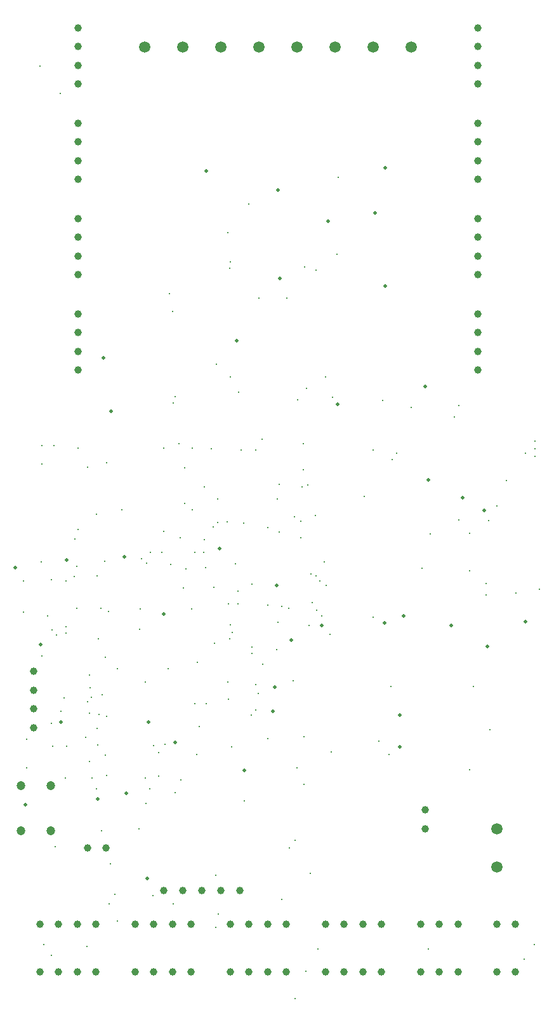
<source format=gbr>
%TF.GenerationSoftware,Altium Limited,Altium Designer,21.0.4 (50)*%
G04 Layer_Color=0*
%FSLAX25Y25*%
%MOIN*%
%TF.SameCoordinates,7C4F9ACF-F1D8-4562-922E-26F05696B097*%
%TF.FilePolarity,Positive*%
%TF.FileFunction,Plated,1,2,PTH,Drill*%
%TF.Part,Single*%
G01*
G75*
%TA.AperFunction,ComponentDrill*%
%ADD99C,0.03937*%
%ADD100C,0.05906*%
%ADD101C,0.03937*%
%ADD102C,0.04724*%
%ADD103C,0.05906*%
%TA.AperFunction,ViaDrill,NotFilled*%
%ADD104C,0.01181*%
%ADD105C,0.01968*%
D99*
X222500Y104843D02*
D03*
Y95000D02*
D03*
X16732Y147973D02*
D03*
X16732Y157815D02*
D03*
Y177500D02*
D03*
Y167657D02*
D03*
X250000Y355157D02*
D03*
Y365000D02*
D03*
Y345315D02*
D03*
Y335472D02*
D03*
Y405157D02*
D03*
Y415000D02*
D03*
Y395315D02*
D03*
Y385472D02*
D03*
X40000Y365000D02*
D03*
Y355157D02*
D03*
Y335472D02*
D03*
Y345315D02*
D03*
Y415000D02*
D03*
Y405157D02*
D03*
Y385472D02*
D03*
Y395315D02*
D03*
Y515000D02*
D03*
Y505157D02*
D03*
Y485472D02*
D03*
Y495315D02*
D03*
Y465000D02*
D03*
Y455157D02*
D03*
Y435472D02*
D03*
Y445315D02*
D03*
X250000Y455157D02*
D03*
Y465000D02*
D03*
Y445315D02*
D03*
Y435472D02*
D03*
Y505157D02*
D03*
Y515000D02*
D03*
Y495315D02*
D03*
Y485472D02*
D03*
D100*
X215000Y505000D02*
D03*
X195000D02*
D03*
X115000D02*
D03*
X135000D02*
D03*
X75000D02*
D03*
X95000D02*
D03*
X155000D02*
D03*
X175000D02*
D03*
D101*
X45000Y85000D02*
D03*
X54843D02*
D03*
X125000Y62500D02*
D03*
X105000D02*
D03*
X115000D02*
D03*
X95000D02*
D03*
X85000D02*
D03*
X220000Y20000D02*
D03*
X120000Y45000D02*
D03*
Y20000D02*
D03*
X170000D02*
D03*
X99527Y45000D02*
D03*
X70000Y20000D02*
D03*
X29842Y20000D02*
D03*
X39685D02*
D03*
X49527D02*
D03*
X20000Y20000D02*
D03*
X79842Y45000D02*
D03*
X89685D02*
D03*
X70000Y45000D02*
D03*
X229843Y20000D02*
D03*
X239685D02*
D03*
X220000Y45000D02*
D03*
X229843D02*
D03*
X239685D02*
D03*
X269843D02*
D03*
X260000D02*
D03*
X269843Y20000D02*
D03*
X260000D02*
D03*
X149527Y45000D02*
D03*
X139685D02*
D03*
X129842D02*
D03*
X149527Y20000D02*
D03*
X139685D02*
D03*
X129842D02*
D03*
X199527D02*
D03*
X189685D02*
D03*
X179842D02*
D03*
X20000Y45000D02*
D03*
X49527Y45000D02*
D03*
X39685D02*
D03*
X29842D02*
D03*
X170000Y45000D02*
D03*
X199527Y45000D02*
D03*
X189685D02*
D03*
X179842D02*
D03*
X99527Y20000D02*
D03*
X89685D02*
D03*
X79842D02*
D03*
D102*
X10000Y93878D02*
D03*
Y117500D02*
D03*
X25748D02*
D03*
Y93878D02*
D03*
D103*
X260000Y95000D02*
D03*
Y75000D02*
D03*
D104*
X107500Y160500D02*
D03*
X131200Y154592D02*
D03*
X133562Y157182D02*
D03*
X113800Y50300D02*
D03*
X75800Y108400D02*
D03*
X158700Y143200D02*
D03*
X56500Y55700D02*
D03*
X90000Y55500D02*
D03*
X22000Y34200D02*
D03*
X79300Y60000D02*
D03*
X59500Y60700D02*
D03*
X96900Y231200D02*
D03*
X274449Y26594D02*
D03*
X99800Y210200D02*
D03*
X245600Y126063D02*
D03*
X101300Y160500D02*
D03*
X95315Y221332D02*
D03*
X173600Y321200D02*
D03*
X60700Y46600D02*
D03*
X50762Y194762D02*
D03*
X71969Y95000D02*
D03*
X162000Y71600D02*
D03*
X159600Y20400D02*
D03*
X158800Y118200D02*
D03*
X203300Y133800D02*
D03*
X139685Y142300D02*
D03*
X173100Y135200D02*
D03*
X38400Y247000D02*
D03*
X145800Y250581D02*
D03*
X245800Y250000D02*
D03*
X119606Y388800D02*
D03*
X176800Y436700D02*
D03*
X60906Y178900D02*
D03*
X87500D02*
D03*
X118300Y256100D02*
D03*
X113500Y255500D02*
D03*
Y268000D02*
D03*
X144800D02*
D03*
X145600Y275600D02*
D03*
X158300Y283300D02*
D03*
X155500Y320100D02*
D03*
X149800Y373400D02*
D03*
X135200D02*
D03*
X190500Y269300D02*
D03*
X165200Y387800D02*
D03*
X176000Y396200D02*
D03*
X106300Y246600D02*
D03*
Y274250D02*
D03*
X157700Y274121D02*
D03*
X153800Y258662D02*
D03*
X160669Y275269D02*
D03*
X124300Y324100D02*
D03*
X21100Y286300D02*
D03*
X120000Y392200D02*
D03*
X129843Y422700D02*
D03*
X160157Y326000D02*
D03*
X260000Y264300D02*
D03*
X170000Y332000D02*
D03*
X28900Y196600D02*
D03*
X118700Y407700D02*
D03*
X133400Y293600D02*
D03*
X136728Y299200D02*
D03*
X120000Y332000D02*
D03*
X139800Y252900D02*
D03*
X169300Y235000D02*
D03*
X91200Y321700D02*
D03*
X89800Y366220D02*
D03*
X131299Y190394D02*
D03*
X93700Y247681D02*
D03*
X111601Y192333D02*
D03*
X85000Y251000D02*
D03*
X90000Y318400D02*
D03*
X205000Y288569D02*
D03*
X207400Y292100D02*
D03*
X150900Y210474D02*
D03*
X220800Y231500D02*
D03*
X225000Y249700D02*
D03*
X93200Y297100D02*
D03*
X111200Y253400D02*
D03*
X112600Y338600D02*
D03*
X275000Y291900D02*
D03*
X200000Y319700D02*
D03*
X280000Y290200D02*
D03*
X49800Y259900D02*
D03*
X30700Y480500D02*
D03*
X280000Y298300D02*
D03*
Y294300D02*
D03*
X20000Y495000D02*
D03*
X88000Y375500D02*
D03*
X28000Y85680D02*
D03*
X33662Y197500D02*
D03*
Y201000D02*
D03*
X72900Y210200D02*
D03*
X56000Y209000D02*
D03*
X73500Y236574D02*
D03*
X82500Y135000D02*
D03*
X102500Y133938D02*
D03*
X82500Y122500D02*
D03*
X119862Y194762D02*
D03*
X162300Y228500D02*
D03*
X245669Y230315D02*
D03*
X79900Y138706D02*
D03*
X77800Y116000D02*
D03*
X26400Y199400D02*
D03*
X21200Y296000D02*
D03*
X137200Y181300D02*
D03*
X54400Y185100D02*
D03*
X33800Y225000D02*
D03*
X40000Y252000D02*
D03*
X164900Y259300D02*
D03*
X111457Y221563D02*
D03*
X124000Y219594D02*
D03*
X131338Y223137D02*
D03*
X38138Y227301D02*
D03*
X91100Y114100D02*
D03*
X50500Y139000D02*
D03*
X34000Y138169D02*
D03*
X112500Y43362D02*
D03*
X166000Y32038D02*
D03*
X50000Y147500D02*
D03*
X46975Y163983D02*
D03*
X32809Y163460D02*
D03*
X26200Y150300D02*
D03*
X256500Y147000D02*
D03*
X94138Y120500D02*
D03*
X154000Y6000D02*
D03*
X158938Y389500D02*
D03*
X120000Y202000D02*
D03*
X72500Y199500D02*
D03*
X154000Y89000D02*
D03*
X150925Y85075D02*
D03*
X255900Y256645D02*
D03*
X27500Y296000D02*
D03*
X158575Y297075D02*
D03*
X237796Y310800D02*
D03*
X46500Y169000D02*
D03*
X134900Y165800D02*
D03*
X20600Y235100D02*
D03*
X21000Y185762D02*
D03*
X84151Y239849D02*
D03*
X139862Y212349D02*
D03*
X124000Y212835D02*
D03*
X75928Y234212D02*
D03*
X133288Y170728D02*
D03*
X45962Y130400D02*
D03*
X147165Y57962D02*
D03*
X52420Y93920D02*
D03*
X54427Y133487D02*
D03*
X75548Y172048D02*
D03*
X120817Y137803D02*
D03*
X26000Y28638D02*
D03*
X270000Y218638D02*
D03*
X163000Y213500D02*
D03*
X50000Y227500D02*
D03*
X45000Y161500D02*
D03*
X224000Y32000D02*
D03*
X155000Y127000D02*
D03*
X55100Y122861D02*
D03*
X247638Y169500D02*
D03*
X172500Y197000D02*
D03*
X144500Y189000D02*
D03*
X195000Y206000D02*
D03*
X215000Y316000D02*
D03*
X24000Y206500D02*
D03*
X26000Y225500D02*
D03*
X11500Y225000D02*
D03*
Y208500D02*
D03*
X46138Y155500D02*
D03*
X33500Y121500D02*
D03*
X53976Y235200D02*
D03*
X101500Y239800D02*
D03*
X106000D02*
D03*
X78000Y240000D02*
D03*
X75500Y121500D02*
D03*
X118862Y172000D02*
D03*
X165000Y227500D02*
D03*
X167000Y225000D02*
D03*
X165500Y209500D02*
D03*
X170500Y222500D02*
D03*
X168000Y206500D02*
D03*
X282500Y220500D02*
D03*
X254500Y223500D02*
D03*
Y217500D02*
D03*
X127500Y109600D02*
D03*
X55000Y287100D02*
D03*
X125900Y293600D02*
D03*
X110000Y294400D02*
D03*
X195000Y293500D02*
D03*
X26700Y138300D02*
D03*
X44000Y142800D02*
D03*
X119094Y213099D02*
D03*
X49900Y115900D02*
D03*
X119094Y162835D02*
D03*
X85600Y139300D02*
D03*
X103700Y148700D02*
D03*
X198000Y141000D02*
D03*
X240000Y317000D02*
D03*
X100000Y294700D02*
D03*
X40000D02*
D03*
X85000Y294705D02*
D03*
X45031Y284500D02*
D03*
X46100Y175500D02*
D03*
X88900Y233708D02*
D03*
X127200Y255300D02*
D03*
X240000Y256906D02*
D03*
X63100Y262400D02*
D03*
X102900Y182400D02*
D03*
X147100Y211500D02*
D03*
X145100Y203200D02*
D03*
X161500Y201600D02*
D03*
X156969Y247763D02*
D03*
Y256300D02*
D03*
X100000Y262399D02*
D03*
X96100Y284200D02*
D03*
Y265637D02*
D03*
X265000Y277500D02*
D03*
X47400Y121500D02*
D03*
X55200Y154100D02*
D03*
X52731Y165400D02*
D03*
X57100Y76700D02*
D03*
X112500Y70500D02*
D03*
X122800Y233900D02*
D03*
X107126Y231800D02*
D03*
X131400Y187009D02*
D03*
X121100Y198000D02*
D03*
X279700Y34400D02*
D03*
X44600Y33400D02*
D03*
X153200Y172500D02*
D03*
X31200Y156600D02*
D03*
X51031Y155042D02*
D03*
X13000Y126800D02*
D03*
Y141900D02*
D03*
X52008Y210500D02*
D03*
X39359D02*
D03*
Y232500D02*
D03*
X204400Y169600D02*
D03*
D105*
X242000Y268500D02*
D03*
X224000Y278000D02*
D03*
X146000Y383500D02*
D03*
X176500Y317500D02*
D03*
X201500Y379500D02*
D03*
X196000Y418000D02*
D03*
X201500Y441500D02*
D03*
X171500Y413500D02*
D03*
X57500Y314000D02*
D03*
X145000Y430000D02*
D03*
X107500Y440000D02*
D03*
X53500Y342000D02*
D03*
X123500Y351000D02*
D03*
X222500Y327000D02*
D03*
X34000Y236000D02*
D03*
X7000Y232000D02*
D03*
X20500Y191500D02*
D03*
X253500Y262000D02*
D03*
X114500Y242000D02*
D03*
X144500Y222500D02*
D03*
X64500Y237500D02*
D03*
X12500Y107500D02*
D03*
X76500Y69000D02*
D03*
X85000Y207500D02*
D03*
X77000Y151000D02*
D03*
X31000Y150891D02*
D03*
X50500Y110500D02*
D03*
X65500Y113500D02*
D03*
X91000Y140154D02*
D03*
X236000Y201500D02*
D03*
X211000Y206500D02*
D03*
X255000Y190500D02*
D03*
X209000Y154500D02*
D03*
Y138000D02*
D03*
X275000Y203500D02*
D03*
X142500Y156500D02*
D03*
X143500Y169153D02*
D03*
X127500Y125500D02*
D03*
X168000Y201500D02*
D03*
X152000Y194046D02*
D03*
X201000Y203000D02*
D03*
%TF.MD5,11b456aa5e0a123b0ab965cd1c20b1ec*%
M02*

</source>
